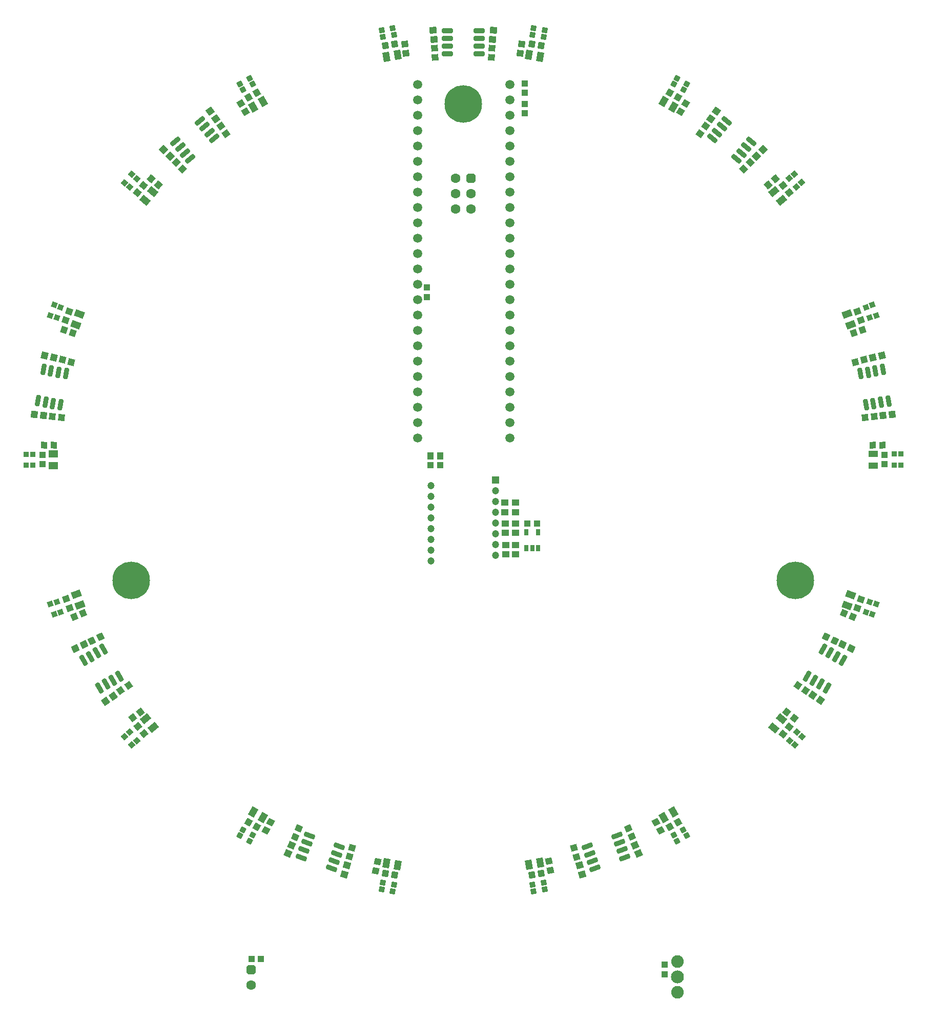
<source format=gbr>
G04*
G04 #@! TF.GenerationSoftware,Altium Limited,Altium Designer,25.4.2 (15)*
G04*
G04 Layer_Color=8388736*
%FSLAX44Y44*%
%MOMM*%
G71*
G04*
G04 #@! TF.SameCoordinates,EEABE1AA-3A69-4D6F-ADE4-9D398D027295*
G04*
G04*
G04 #@! TF.FilePolarity,Negative*
G04*
G01*
G75*
G04:AMPARAMS|DCode=21|XSize=1.1mm|YSize=0.6mm|CornerRadius=0.051mm|HoleSize=0mm|Usage=FLASHONLY|Rotation=90.000|XOffset=0mm|YOffset=0mm|HoleType=Round|Shape=RoundedRectangle|*
%AMROUNDEDRECTD21*
21,1,1.1000,0.4980,0,0,90.0*
21,1,0.9980,0.6000,0,0,90.0*
1,1,0.1020,0.2490,0.4990*
1,1,0.1020,0.2490,-0.4990*
1,1,0.1020,-0.2490,-0.4990*
1,1,0.1020,-0.2490,0.4990*
%
%ADD21ROUNDEDRECTD21*%
G04:AMPARAMS|DCode=134|XSize=1.1032mm|YSize=1.0532mm|CornerRadius=0mm|HoleSize=0mm|Usage=FLASHONLY|Rotation=192.000|XOffset=0mm|YOffset=0mm|HoleType=Round|Shape=Rectangle|*
%AMROTATEDRECTD134*
4,1,4,0.4301,0.6298,0.6490,-0.4004,-0.4301,-0.6298,-0.6490,0.4004,0.4301,0.6298,0.0*
%
%ADD134ROTATEDRECTD134*%

G04:AMPARAMS|DCode=135|XSize=1.8732mm|YSize=0.8032mm|CornerRadius=0.1766mm|HoleSize=0mm|Usage=FLASHONLY|Rotation=220.000|XOffset=0mm|YOffset=0mm|HoleType=Round|Shape=RoundedRectangle|*
%AMROUNDEDRECTD135*
21,1,1.8732,0.4500,0,0,220.0*
21,1,1.5200,0.8032,0,0,220.0*
1,1,0.3532,-0.7268,-0.3162*
1,1,0.3532,0.4376,0.6609*
1,1,0.3532,0.7268,0.3162*
1,1,0.3532,-0.4376,-0.6609*
%
%ADD135ROUNDEDRECTD135*%
G04:AMPARAMS|DCode=136|XSize=1.1032mm|YSize=1.0532mm|CornerRadius=0mm|HoleSize=0mm|Usage=FLASHONLY|Rotation=288.000|XOffset=0mm|YOffset=0mm|HoleType=Round|Shape=Rectangle|*
%AMROTATEDRECTD136*
4,1,4,-0.6713,0.3619,0.3304,0.6873,0.6713,-0.3619,-0.3304,-0.6873,-0.6713,0.3619,0.0*
%
%ADD136ROTATEDRECTD136*%

G04:AMPARAMS|DCode=137|XSize=1.1032mm|YSize=1.0532mm|CornerRadius=0mm|HoleSize=0mm|Usage=FLASHONLY|Rotation=232.000|XOffset=0mm|YOffset=0mm|HoleType=Round|Shape=Rectangle|*
%AMROTATEDRECTD137*
4,1,4,-0.0754,0.7589,0.7546,0.1105,0.0754,-0.7589,-0.7546,-0.1105,-0.0754,0.7589,0.0*
%
%ADD137ROTATEDRECTD137*%

G04:AMPARAMS|DCode=138|XSize=1.1132mm|YSize=1.5632mm|CornerRadius=0mm|HoleSize=0mm|Usage=FLASHONLY|Rotation=350.000|XOffset=0mm|YOffset=0mm|HoleType=Round|Shape=Rectangle|*
%AMROTATEDRECTD138*
4,1,4,-0.6839,-0.6731,-0.4124,0.8664,0.6839,0.6731,0.4124,-0.8664,-0.6839,-0.6731,0.0*
%
%ADD138ROTATEDRECTD138*%

G04:AMPARAMS|DCode=139|XSize=1.1032mm|YSize=1.0532mm|CornerRadius=0mm|HoleSize=0mm|Usage=FLASHONLY|Rotation=151.993|XOffset=0mm|YOffset=0mm|HoleType=Round|Shape=Rectangle|*
%AMROTATEDRECTD139*
4,1,4,0.7343,0.2059,0.2397,-0.7240,-0.7343,-0.2059,-0.2397,0.7240,0.7343,0.2059,0.0*
%
%ADD139ROTATEDRECTD139*%

G04:AMPARAMS|DCode=140|XSize=1.1532mm|YSize=1.1032mm|CornerRadius=0mm|HoleSize=0mm|Usage=FLASHONLY|Rotation=304.063|XOffset=0mm|YOffset=0mm|HoleType=Round|Shape=Rectangle|*
%AMROTATEDRECTD140*
4,1,4,-0.7799,0.1687,0.1340,0.7866,0.7799,-0.1687,-0.1340,-0.7866,-0.7799,0.1687,0.0*
%
%ADD140ROTATEDRECTD140*%

G04:AMPARAMS|DCode=141|XSize=1.1532mm|YSize=1.1032mm|CornerRadius=0mm|HoleSize=0mm|Usage=FLASHONLY|Rotation=344.000|XOffset=0mm|YOffset=0mm|HoleType=Round|Shape=Rectangle|*
%AMROTATEDRECTD141*
4,1,4,-0.7063,-0.3713,-0.4022,0.6892,0.7063,0.3713,0.4022,-0.6892,-0.7063,-0.3713,0.0*
%
%ADD141ROTATEDRECTD141*%

G04:AMPARAMS|DCode=142|XSize=1.1032mm|YSize=1.0532mm|CornerRadius=0mm|HoleSize=0mm|Usage=FLASHONLY|Rotation=312.000|XOffset=0mm|YOffset=0mm|HoleType=Round|Shape=Rectangle|*
%AMROTATEDRECTD142*
4,1,4,-0.7604,0.0576,0.0223,0.7623,0.7604,-0.0576,-0.0223,-0.7623,-0.7604,0.0576,0.0*
%
%ADD142ROTATEDRECTD142*%

G04:AMPARAMS|DCode=143|XSize=1.1532mm|YSize=1.1032mm|CornerRadius=0mm|HoleSize=0mm|Usage=FLASHONLY|Rotation=236.000|XOffset=0mm|YOffset=0mm|HoleType=Round|Shape=Rectangle|*
%AMROTATEDRECTD143*
4,1,4,-0.1349,0.7865,0.7797,0.1696,0.1349,-0.7865,-0.7797,-0.1696,-0.1349,0.7865,0.0*
%
%ADD143ROTATEDRECTD143*%

G04:AMPARAMS|DCode=144|XSize=1.1532mm|YSize=1.1032mm|CornerRadius=0mm|HoleSize=0mm|Usage=FLASHONLY|Rotation=196.000|XOffset=0mm|YOffset=0mm|HoleType=Round|Shape=Rectangle|*
%AMROTATEDRECTD144*
4,1,4,0.4022,0.6892,0.7063,-0.3713,-0.4022,-0.6892,-0.7063,0.3713,0.4022,0.6892,0.0*
%
%ADD144ROTATEDRECTD144*%

G04:AMPARAMS|DCode=145|XSize=1.1532mm|YSize=1.1032mm|CornerRadius=0mm|HoleSize=0mm|Usage=FLASHONLY|Rotation=244.000|XOffset=0mm|YOffset=0mm|HoleType=Round|Shape=Rectangle|*
%AMROTATEDRECTD145*
4,1,4,-0.2430,0.7601,0.7485,0.2764,0.2430,-0.7601,-0.7485,-0.2764,-0.2430,0.7601,0.0*
%
%ADD145ROTATEDRECTD145*%

G04:AMPARAMS|DCode=146|XSize=1.1532mm|YSize=1.1032mm|CornerRadius=0mm|HoleSize=0mm|Usage=FLASHONLY|Rotation=24.000|XOffset=0mm|YOffset=0mm|HoleType=Round|Shape=Rectangle|*
%AMROTATEDRECTD146*
4,1,4,-0.3024,-0.7384,-0.7511,0.2694,0.3024,0.7384,0.7511,-0.2694,-0.3024,-0.7384,0.0*
%
%ADD146ROTATEDRECTD146*%

G04:AMPARAMS|DCode=147|XSize=1.1532mm|YSize=1.1032mm|CornerRadius=0mm|HoleSize=0mm|Usage=FLASHONLY|Rotation=316.000|XOffset=0mm|YOffset=0mm|HoleType=Round|Shape=Rectangle|*
%AMROTATEDRECTD147*
4,1,4,-0.7980,0.0038,-0.0316,0.7973,0.7980,-0.0038,0.0316,-0.7973,-0.7980,0.0038,0.0*
%
%ADD147ROTATEDRECTD147*%

G04:AMPARAMS|DCode=148|XSize=1.1532mm|YSize=1.1032mm|CornerRadius=0mm|HoleSize=0mm|Usage=FLASHONLY|Rotation=276.000|XOffset=0mm|YOffset=0mm|HoleType=Round|Shape=Rectangle|*
%AMROTATEDRECTD148*
4,1,4,-0.6089,0.5158,0.4883,0.6311,0.6089,-0.5158,-0.4883,-0.6311,-0.6089,0.5158,0.0*
%
%ADD148ROTATEDRECTD148*%

G04:AMPARAMS|DCode=149|XSize=1.1532mm|YSize=1.1032mm|CornerRadius=0mm|HoleSize=0mm|Usage=FLASHONLY|Rotation=144.000|XOffset=0mm|YOffset=0mm|HoleType=Round|Shape=Rectangle|*
%AMROTATEDRECTD149*
4,1,4,0.7907,0.1073,0.1423,-0.7852,-0.7907,-0.1073,-0.1423,0.7852,0.7907,0.1073,0.0*
%
%ADD149ROTATEDRECTD149*%

G04:AMPARAMS|DCode=150|XSize=1.1532mm|YSize=1.1032mm|CornerRadius=0mm|HoleSize=0mm|Usage=FLASHONLY|Rotation=104.000|XOffset=0mm|YOffset=0mm|HoleType=Round|Shape=Rectangle|*
%AMROTATEDRECTD150*
4,1,4,0.6747,-0.4260,-0.3957,-0.6929,-0.6747,0.4260,0.3957,0.6929,0.6747,-0.4260,0.0*
%
%ADD150ROTATEDRECTD150*%

G04:AMPARAMS|DCode=151|XSize=1.1532mm|YSize=1.1032mm|CornerRadius=0mm|HoleSize=0mm|Usage=FLASHONLY|Rotation=36.001|XOffset=0mm|YOffset=0mm|HoleType=Round|Shape=Rectangle|*
%AMROTATEDRECTD151*
4,1,4,-0.1422,-0.7852,-0.7907,0.1073,0.1422,0.7852,0.7907,-0.1073,-0.1422,-0.7852,0.0*
%
%ADD151ROTATEDRECTD151*%

G04:AMPARAMS|DCode=152|XSize=1.1532mm|YSize=1.1032mm|CornerRadius=0mm|HoleSize=0mm|Usage=FLASHONLY|Rotation=356.000|XOffset=0mm|YOffset=0mm|HoleType=Round|Shape=Rectangle|*
%AMROTATEDRECTD152*
4,1,4,-0.6137,-0.5100,-0.5367,0.5905,0.6137,0.5100,0.5367,-0.5905,-0.6137,-0.5100,0.0*
%
%ADD152ROTATEDRECTD152*%

G04:AMPARAMS|DCode=153|XSize=1.1532mm|YSize=1.1032mm|CornerRadius=0mm|HoleSize=0mm|Usage=FLASHONLY|Rotation=224.001|XOffset=0mm|YOffset=0mm|HoleType=Round|Shape=Rectangle|*
%AMROTATEDRECTD153*
4,1,4,0.0316,0.7973,0.7980,0.0038,-0.0316,-0.7973,-0.7980,-0.0038,0.0316,0.7973,0.0*
%
%ADD153ROTATEDRECTD153*%

G04:AMPARAMS|DCode=154|XSize=1.1532mm|YSize=1.1032mm|CornerRadius=0mm|HoleSize=0mm|Usage=FLASHONLY|Rotation=184.000|XOffset=0mm|YOffset=0mm|HoleType=Round|Shape=Rectangle|*
%AMROTATEDRECTD154*
4,1,4,0.5367,0.5905,0.6137,-0.5100,-0.5367,-0.5905,-0.6137,0.5100,0.5367,0.5905,0.0*
%
%ADD154ROTATEDRECTD154*%

G04:AMPARAMS|DCode=155|XSize=1.1532mm|YSize=1.1032mm|CornerRadius=0mm|HoleSize=0mm|Usage=FLASHONLY|Rotation=156.000|XOffset=0mm|YOffset=0mm|HoleType=Round|Shape=Rectangle|*
%AMROTATEDRECTD155*
4,1,4,0.7511,0.2694,0.3024,-0.7384,-0.7511,-0.2694,-0.3024,0.7384,0.7511,0.2694,0.0*
%
%ADD155ROTATEDRECTD155*%

G04:AMPARAMS|DCode=156|XSize=1.1532mm|YSize=1.1032mm|CornerRadius=0mm|HoleSize=0mm|Usage=FLASHONLY|Rotation=116.001|XOffset=0mm|YOffset=0mm|HoleType=Round|Shape=Rectangle|*
%AMROTATEDRECTD156*
4,1,4,0.7485,-0.2764,-0.2430,-0.7601,-0.7485,0.2764,0.2430,0.7601,0.7485,-0.2764,0.0*
%
%ADD156ROTATEDRECTD156*%

G04:AMPARAMS|DCode=157|XSize=1.1532mm|YSize=1.1032mm|CornerRadius=0mm|HoleSize=0mm|Usage=FLASHONLY|Rotation=76.000|XOffset=0mm|YOffset=0mm|HoleType=Round|Shape=Rectangle|*
%AMROTATEDRECTD157*
4,1,4,0.3957,-0.6929,-0.6747,-0.4260,-0.3957,0.6929,0.6747,0.4260,0.3957,-0.6929,0.0*
%
%ADD157ROTATEDRECTD157*%

G04:AMPARAMS|DCode=158|XSize=1.1532mm|YSize=1.1032mm|CornerRadius=0mm|HoleSize=0mm|Usage=FLASHONLY|Rotation=264.000|XOffset=0mm|YOffset=0mm|HoleType=Round|Shape=Rectangle|*
%AMROTATEDRECTD158*
4,1,4,-0.4883,0.6311,0.6089,0.5158,0.4883,-0.6311,-0.6089,-0.5158,-0.4883,0.6311,0.0*
%
%ADD158ROTATEDRECTD158*%

G04:AMPARAMS|DCode=159|XSize=1.1032mm|YSize=1.0532mm|CornerRadius=0mm|HoleSize=0mm|Usage=FLASHONLY|Rotation=272.000|XOffset=0mm|YOffset=0mm|HoleType=Round|Shape=Rectangle|*
%AMROTATEDRECTD159*
4,1,4,-0.5455,0.5329,0.5070,0.5696,0.5455,-0.5329,-0.5070,-0.5696,-0.5455,0.5329,0.0*
%
%ADD159ROTATEDRECTD159*%

G04:AMPARAMS|DCode=160|XSize=1.1032mm|YSize=1.0532mm|CornerRadius=0mm|HoleSize=0mm|Usage=FLASHONLY|Rotation=207.997|XOffset=0mm|YOffset=0mm|HoleType=Round|Shape=Rectangle|*
%AMROTATEDRECTD160*
4,1,4,0.2399,0.7239,0.7343,-0.2060,-0.2399,-0.7239,-0.7343,0.2060,0.2399,0.7239,0.0*
%
%ADD160ROTATEDRECTD160*%

G04:AMPARAMS|DCode=161|XSize=1.1032mm|YSize=1.0532mm|CornerRadius=0mm|HoleSize=0mm|Usage=FLASHONLY|Rotation=248.000|XOffset=0mm|YOffset=0mm|HoleType=Round|Shape=Rectangle|*
%AMROTATEDRECTD161*
4,1,4,-0.2816,0.7087,0.6949,0.3142,0.2816,-0.7087,-0.6949,-0.3142,-0.2816,0.7087,0.0*
%
%ADD161ROTATEDRECTD161*%

G04:AMPARAMS|DCode=162|XSize=1.1032mm|YSize=1.0532mm|CornerRadius=0mm|HoleSize=0mm|Usage=FLASHONLY|Rotation=48.000|XOffset=0mm|YOffset=0mm|HoleType=Round|Shape=Rectangle|*
%AMROTATEDRECTD162*
4,1,4,0.0223,-0.7623,-0.7604,-0.0576,-0.0223,0.7623,0.7604,0.0576,0.0223,-0.7623,0.0*
%
%ADD162ROTATEDRECTD162*%

G04:AMPARAMS|DCode=163|XSize=1.1032mm|YSize=1.0532mm|CornerRadius=0mm|HoleSize=0mm|Usage=FLASHONLY|Rotation=32.000|XOffset=0mm|YOffset=0mm|HoleType=Round|Shape=Rectangle|*
%AMROTATEDRECTD163*
4,1,4,-0.1887,-0.7389,-0.7468,0.1543,0.1887,0.7389,0.7468,-0.1543,-0.1887,-0.7389,0.0*
%
%ADD163ROTATEDRECTD163*%

G04:AMPARAMS|DCode=164|XSize=1.1032mm|YSize=1.0532mm|CornerRadius=0mm|HoleSize=0mm|Usage=FLASHONLY|Rotation=8.000|XOffset=0mm|YOffset=0mm|HoleType=Round|Shape=Rectangle|*
%AMROTATEDRECTD164*
4,1,4,-0.4730,-0.5982,-0.6195,0.4447,0.4730,0.5982,0.6195,-0.4447,-0.4730,-0.5982,0.0*
%
%ADD164ROTATEDRECTD164*%

G04:AMPARAMS|DCode=165|XSize=1.1032mm|YSize=1.0532mm|CornerRadius=0mm|HoleSize=0mm|Usage=FLASHONLY|Rotation=352.000|XOffset=0mm|YOffset=0mm|HoleType=Round|Shape=Rectangle|*
%AMROTATEDRECTD165*
4,1,4,-0.6195,-0.4447,-0.4729,0.5983,0.6195,0.4447,0.4729,-0.5983,-0.6195,-0.4447,0.0*
%
%ADD165ROTATEDRECTD165*%

G04:AMPARAMS|DCode=166|XSize=1.1032mm|YSize=1.0532mm|CornerRadius=0mm|HoleSize=0mm|Usage=FLASHONLY|Rotation=328.000|XOffset=0mm|YOffset=0mm|HoleType=Round|Shape=Rectangle|*
%AMROTATEDRECTD166*
4,1,4,-0.7468,-0.1543,-0.1887,0.7389,0.7468,0.1543,0.1887,-0.7389,-0.7468,-0.1543,0.0*
%
%ADD166ROTATEDRECTD166*%

G04:AMPARAMS|DCode=167|XSize=1.1032mm|YSize=1.0532mm|CornerRadius=0mm|HoleSize=0mm|Usage=FLASHONLY|Rotation=168.000|XOffset=0mm|YOffset=0mm|HoleType=Round|Shape=Rectangle|*
%AMROTATEDRECTD167*
4,1,4,0.6490,0.4004,0.4301,-0.6298,-0.6490,-0.4004,-0.4301,0.6298,0.6490,0.4004,0.0*
%
%ADD167ROTATEDRECTD167*%

G04:AMPARAMS|DCode=168|XSize=1.1032mm|YSize=1.0532mm|CornerRadius=0mm|HoleSize=0mm|Usage=FLASHONLY|Rotation=127.998|XOffset=0mm|YOffset=0mm|HoleType=Round|Shape=Rectangle|*
%AMROTATEDRECTD168*
4,1,4,0.7546,-0.1105,-0.0754,-0.7589,-0.7546,0.1105,0.0754,0.7589,0.7546,-0.1105,0.0*
%
%ADD168ROTATEDRECTD168*%

G04:AMPARAMS|DCode=169|XSize=1.1032mm|YSize=1.0532mm|CornerRadius=0mm|HoleSize=0mm|Usage=FLASHONLY|Rotation=112.000|XOffset=0mm|YOffset=0mm|HoleType=Round|Shape=Rectangle|*
%AMROTATEDRECTD169*
4,1,4,0.6949,-0.3142,-0.2816,-0.7087,-0.6949,0.3142,0.2816,0.7087,0.6949,-0.3142,0.0*
%
%ADD169ROTATEDRECTD169*%

G04:AMPARAMS|DCode=170|XSize=1.1032mm|YSize=1.0532mm|CornerRadius=0mm|HoleSize=0mm|Usage=FLASHONLY|Rotation=88.000|XOffset=0mm|YOffset=0mm|HoleType=Round|Shape=Rectangle|*
%AMROTATEDRECTD170*
4,1,4,0.5070,-0.5696,-0.5455,-0.5329,-0.5070,0.5696,0.5455,0.5329,0.5070,-0.5696,0.0*
%
%ADD170ROTATEDRECTD170*%

G04:AMPARAMS|DCode=171|XSize=1.1032mm|YSize=1.0532mm|CornerRadius=0mm|HoleSize=0mm|Usage=FLASHONLY|Rotation=72.000|XOffset=0mm|YOffset=0mm|HoleType=Round|Shape=Rectangle|*
%AMROTATEDRECTD171*
4,1,4,0.3304,-0.6873,-0.6713,-0.3619,-0.3304,0.6873,0.6713,0.3619,0.3304,-0.6873,0.0*
%
%ADD171ROTATEDRECTD171*%

G04:AMPARAMS|DCode=172|XSize=1.8732mm|YSize=0.8032mm|CornerRadius=0.1766mm|HoleSize=0mm|Usage=FLASHONLY|Rotation=300.003|XOffset=0mm|YOffset=0mm|HoleType=Round|Shape=RoundedRectangle|*
%AMROUNDEDRECTD172*
21,1,1.8732,0.4500,0,0,300.003*
21,1,1.5200,0.8032,0,0,300.003*
1,1,0.3532,0.1852,-0.7707*
1,1,0.3532,-0.5749,0.5457*
1,1,0.3532,-0.1852,0.7707*
1,1,0.3532,0.5749,-0.5457*
%
%ADD172ROUNDEDRECTD172*%
G04:AMPARAMS|DCode=173|XSize=1.1032mm|YSize=1.0532mm|CornerRadius=0mm|HoleSize=0mm|Usage=FLASHONLY|Rotation=199.915|XOffset=0mm|YOffset=0mm|HoleType=Round|Shape=Rectangle|*
%AMROTATEDRECTD173*
4,1,4,0.3392,0.6830,0.6980,-0.3072,-0.3392,-0.6830,-0.6980,0.3072,0.3392,0.6830,0.0*
%
%ADD173ROTATEDRECTD173*%

G04:AMPARAMS|DCode=174|XSize=1.1132mm|YSize=1.5632mm|CornerRadius=0mm|HoleSize=0mm|Usage=FLASHONLY|Rotation=109.917|XOffset=0mm|YOffset=0mm|HoleType=Round|Shape=Rectangle|*
%AMROTATEDRECTD174*
4,1,4,0.9245,-0.2571,-0.5452,-0.7896,-0.9245,0.2571,0.5452,0.7896,0.9245,-0.2571,0.0*
%
%ADD174ROTATEDRECTD174*%

%ADD175R,1.5632X1.1132*%
G04:AMPARAMS|DCode=176|XSize=1.1032mm|YSize=1.0532mm|CornerRadius=0mm|HoleSize=0mm|Usage=FLASHONLY|Rotation=344.001|XOffset=0mm|YOffset=0mm|HoleType=Round|Shape=Rectangle|*
%AMROTATEDRECTD176*
4,1,4,-0.6754,-0.3542,-0.3851,0.6582,0.6754,0.3542,0.3851,-0.6582,-0.6754,-0.3542,0.0*
%
%ADD176ROTATEDRECTD176*%

G04:AMPARAMS|DCode=177|XSize=1.1032mm|YSize=1.0532mm|CornerRadius=0mm|HoleSize=0mm|Usage=FLASHONLY|Rotation=156.001|XOffset=0mm|YOffset=0mm|HoleType=Round|Shape=Rectangle|*
%AMROTATEDRECTD177*
4,1,4,0.7181,0.2567,0.2897,-0.7054,-0.7181,-0.2567,-0.2897,0.7054,0.7181,0.2567,0.0*
%
%ADD177ROTATEDRECTD177*%

G04:AMPARAMS|DCode=178|XSize=1.1032mm|YSize=1.0532mm|CornerRadius=0mm|HoleSize=0mm|Usage=FLASHONLY|Rotation=116.004|XOffset=0mm|YOffset=0mm|HoleType=Round|Shape=Rectangle|*
%AMROTATEDRECTD178*
4,1,4,0.7151,-0.2649,-0.2314,-0.7266,-0.7151,0.2649,0.2314,0.7266,0.7151,-0.2649,0.0*
%
%ADD178ROTATEDRECTD178*%

G04:AMPARAMS|DCode=179|XSize=1.1032mm|YSize=1.0532mm|CornerRadius=0mm|HoleSize=0mm|Usage=FLASHONLY|Rotation=303.992|XOffset=0mm|YOffset=0mm|HoleType=Round|Shape=Rectangle|*
%AMROTATEDRECTD179*
4,1,4,-0.7450,0.1629,0.1282,0.7518,0.7450,-0.1629,-0.1282,-0.7518,-0.7450,0.1629,0.0*
%
%ADD179ROTATEDRECTD179*%

G04:AMPARAMS|DCode=180|XSize=1.8732mm|YSize=0.8032mm|CornerRadius=0.1766mm|HoleSize=0mm|Usage=FLASHONLY|Rotation=99.999|XOffset=0mm|YOffset=0mm|HoleType=Round|Shape=RoundedRectangle|*
%AMROUNDEDRECTD180*
21,1,1.8732,0.4500,0,0,99.999*
21,1,1.5200,0.8032,0,0,99.999*
1,1,0.3532,0.0896,0.7875*
1,1,0.3532,0.3535,-0.7094*
1,1,0.3532,-0.0896,-0.7875*
1,1,0.3532,-0.3535,0.7094*
%
%ADD180ROUNDEDRECTD180*%
G04:AMPARAMS|DCode=181|XSize=1.8732mm|YSize=0.8032mm|CornerRadius=0.1766mm|HoleSize=0mm|Usage=FLASHONLY|Rotation=340.000|XOffset=0mm|YOffset=0mm|HoleType=Round|Shape=RoundedRectangle|*
%AMROUNDEDRECTD181*
21,1,1.8732,0.4500,0,0,340.0*
21,1,1.5200,0.8032,0,0,340.0*
1,1,0.3532,0.6372,-0.4714*
1,1,0.3532,-0.7911,0.0485*
1,1,0.3532,-0.6372,0.4714*
1,1,0.3532,0.7911,-0.0485*
%
%ADD181ROUNDEDRECTD181*%
G04:AMPARAMS|DCode=182|XSize=1.1132mm|YSize=1.5632mm|CornerRadius=0mm|HoleSize=0mm|Usage=FLASHONLY|Rotation=229.628|XOffset=0mm|YOffset=0mm|HoleType=Round|Shape=Rectangle|*
%AMROTATEDRECTD182*
4,1,4,-0.2349,0.9303,0.9560,-0.0822,0.2349,-0.9303,-0.9560,0.0822,-0.2349,0.9303,0.0*
%
%ADD182ROTATEDRECTD182*%

G04:AMPARAMS|DCode=183|XSize=1.1132mm|YSize=1.5632mm|CornerRadius=0mm|HoleSize=0mm|Usage=FLASHONLY|Rotation=30.000|XOffset=0mm|YOffset=0mm|HoleType=Round|Shape=Rectangle|*
%AMROTATEDRECTD183*
4,1,4,-0.0912,-0.9552,-0.8728,0.3986,0.0912,0.9552,0.8728,-0.3986,-0.0912,-0.9552,0.0*
%
%ADD183ROTATEDRECTD183*%

G04:AMPARAMS|DCode=184|XSize=1.1132mm|YSize=1.5632mm|CornerRadius=0mm|HoleSize=0mm|Usage=FLASHONLY|Rotation=190.000|XOffset=0mm|YOffset=0mm|HoleType=Round|Shape=Rectangle|*
%AMROTATEDRECTD184*
4,1,4,0.4124,0.8664,0.6839,-0.6731,-0.4124,-0.8664,-0.6839,0.6731,0.4124,0.8664,0.0*
%
%ADD184ROTATEDRECTD184*%

G04:AMPARAMS|DCode=185|XSize=1.1032mm|YSize=1.0532mm|CornerRadius=0mm|HoleSize=0mm|Usage=FLASHONLY|Rotation=279.999|XOffset=0mm|YOffset=0mm|HoleType=Round|Shape=Rectangle|*
%AMROTATEDRECTD185*
4,1,4,-0.6144,0.4518,0.4228,0.6347,0.6144,-0.4518,-0.4228,-0.6347,-0.6144,0.4518,0.0*
%
%ADD185ROTATEDRECTD185*%

G04:AMPARAMS|DCode=186|XSize=1.1032mm|YSize=1.0532mm|CornerRadius=0mm|HoleSize=0mm|Usage=FLASHONLY|Rotation=120.000|XOffset=0mm|YOffset=0mm|HoleType=Round|Shape=Rectangle|*
%AMROTATEDRECTD186*
4,1,4,0.7319,-0.2144,-0.1803,-0.7410,-0.7319,0.2144,0.1803,0.7410,0.7319,-0.2144,0.0*
%
%ADD186ROTATEDRECTD186*%

G04:AMPARAMS|DCode=187|XSize=1.1032mm|YSize=1.0532mm|CornerRadius=0mm|HoleSize=0mm|Usage=FLASHONLY|Rotation=319.766|XOffset=0mm|YOffset=0mm|HoleType=Round|Shape=Rectangle|*
%AMROTATEDRECTD187*
4,1,4,-0.7612,-0.0457,-0.0810,0.7583,0.7612,0.0457,0.0810,-0.7583,-0.7612,-0.0457,0.0*
%
%ADD187ROTATEDRECTD187*%

G04:AMPARAMS|DCode=188|XSize=1.1132mm|YSize=1.5632mm|CornerRadius=0mm|HoleSize=0mm|Usage=FLASHONLY|Rotation=70.358|XOffset=0mm|YOffset=0mm|HoleType=Round|Shape=Rectangle|*
%AMROTATEDRECTD188*
4,1,4,0.5490,-0.7869,-0.9232,-0.2615,-0.5490,0.7869,0.9232,0.2615,0.5490,-0.7869,0.0*
%
%ADD188ROTATEDRECTD188*%

G04:AMPARAMS|DCode=189|XSize=1.1132mm|YSize=1.5632mm|CornerRadius=0mm|HoleSize=0mm|Usage=FLASHONLY|Rotation=189.959|XOffset=0mm|YOffset=0mm|HoleType=Round|Shape=Rectangle|*
%AMROTATEDRECTD189*
4,1,4,0.4130,0.8661,0.6834,-0.6736,-0.4130,-0.8661,-0.6834,0.6736,0.4130,0.8661,0.0*
%
%ADD189ROTATEDRECTD189*%

%ADD190R,1.1032X1.0532*%
G04:AMPARAMS|DCode=191|XSize=1.1132mm|YSize=1.5632mm|CornerRadius=0mm|HoleSize=0mm|Usage=FLASHONLY|Rotation=270.001|XOffset=0mm|YOffset=0mm|HoleType=Round|Shape=Rectangle|*
%AMROTATEDRECTD191*
4,1,4,-0.7816,0.5566,0.7816,0.5566,0.7816,-0.5566,-0.7816,-0.5566,-0.7816,0.5566,0.0*
%
%ADD191ROTATEDRECTD191*%

%ADD192R,1.0532X1.1032*%
%ADD193P,1.2773X4X335.003*%
%ADD194P,1.2773X4X154.92*%
%ADD195P,1.2773X4X395.0*%
%ADD196P,1.2773X4X235.0*%
%ADD197P,1.2773X4X74.92*%
%ADD198P,1.2773X4X315.004*%
%ADD199R,0.9032X0.9032*%
%ADD200P,1.2773X4X95.08*%
%ADD201P,1.2773X4X114.92*%
%ADD202P,1.2773X4X175.0*%
%ADD203P,1.2773X4X195.168*%
%ADD204P,1.2773X4X215.01*%
%ADD205P,1.2773X4X255.0*%
%ADD206P,1.2773X4X275.399*%
%ADD207P,1.2773X4X295.346*%
%ADD208P,1.2773X4X355.079*%
%ADD209P,1.2773X4X375.079*%
G04:AMPARAMS|DCode=210|XSize=1.1032mm|YSize=1.0532mm|CornerRadius=0mm|HoleSize=0mm|Usage=FLASHONLY|Rotation=279.915|XOffset=0mm|YOffset=0mm|HoleType=Round|Shape=Rectangle|*
%AMROTATEDRECTD210*
4,1,4,-0.6137,0.4527,0.4238,0.6340,0.6137,-0.4527,-0.4238,-0.6340,-0.6137,0.4527,0.0*
%
%ADD210ROTATEDRECTD210*%

G04:AMPARAMS|DCode=211|XSize=1.1032mm|YSize=1.0532mm|CornerRadius=0mm|HoleSize=0mm|Usage=FLASHONLY|Rotation=119.915|XOffset=0mm|YOffset=0mm|HoleType=Round|Shape=Rectangle|*
%AMROTATEDRECTD211*
4,1,4,0.7315,-0.2155,-0.1813,-0.7407,-0.7315,0.2155,0.1813,0.7407,0.7315,-0.2155,0.0*
%
%ADD211ROTATEDRECTD211*%

G04:AMPARAMS|DCode=212|XSize=1.1032mm|YSize=1.0532mm|CornerRadius=0mm|HoleSize=0mm|Usage=FLASHONLY|Rotation=320.085|XOffset=0mm|YOffset=0mm|HoleType=Round|Shape=Rectangle|*
%AMROTATEDRECTD212*
4,1,4,-0.7610,-0.0500,-0.0852,0.7578,0.7610,0.0500,0.0852,-0.7578,-0.7610,-0.0500,0.0*
%
%ADD212ROTATEDRECTD212*%

G04:AMPARAMS|DCode=213|XSize=1.1032mm|YSize=1.0532mm|CornerRadius=0mm|HoleSize=0mm|Usage=FLASHONLY|Rotation=159.915|XOffset=0mm|YOffset=0mm|HoleType=Round|Shape=Rectangle|*
%AMROTATEDRECTD213*
4,1,4,0.6989,0.3052,0.3372,-0.6840,-0.6989,-0.3052,-0.3372,0.6840,0.6989,0.3052,0.0*
%
%ADD213ROTATEDRECTD213*%

G04:AMPARAMS|DCode=214|XSize=1.1032mm|YSize=1.0532mm|CornerRadius=0mm|HoleSize=0mm|Usage=FLASHONLY|Rotation=39.913|XOffset=0mm|YOffset=0mm|HoleType=Round|Shape=Rectangle|*
%AMROTATEDRECTD214*
4,1,4,-0.0852,-0.7578,-0.7610,0.0500,0.0852,0.7578,0.7610,-0.0500,-0.0852,-0.7578,0.0*
%
%ADD214ROTATEDRECTD214*%

G04:AMPARAMS|DCode=215|XSize=1.1032mm|YSize=1.0532mm|CornerRadius=0mm|HoleSize=0mm|Usage=FLASHONLY|Rotation=240.179|XOffset=0mm|YOffset=0mm|HoleType=Round|Shape=Rectangle|*
%AMROTATEDRECTD215*
4,1,4,-0.1826,0.7404,0.7312,0.2167,0.1826,-0.7404,-0.7312,-0.2167,-0.1826,0.7404,0.0*
%
%ADD215ROTATEDRECTD215*%

G04:AMPARAMS|DCode=216|XSize=1.1032mm|YSize=1.0532mm|CornerRadius=0mm|HoleSize=0mm|Usage=FLASHONLY|Rotation=80.011|XOffset=0mm|YOffset=0mm|HoleType=Round|Shape=Rectangle|*
%AMROTATEDRECTD216*
4,1,4,0.4229,-0.6346,-0.6143,-0.4519,-0.4229,0.6346,0.6143,0.4519,0.4229,-0.6346,0.0*
%
%ADD216ROTATEDRECTD216*%

G04:AMPARAMS|DCode=217|XSize=1.1032mm|YSize=1.0532mm|CornerRadius=0mm|HoleSize=0mm|Usage=FLASHONLY|Rotation=160.199|XOffset=0mm|YOffset=0mm|HoleType=Round|Shape=Rectangle|*
%AMROTATEDRECTD217*
4,1,4,0.6974,0.3086,0.3406,-0.6823,-0.6974,-0.3086,-0.3406,0.6823,0.6974,0.3086,0.0*
%
%ADD217ROTATEDRECTD217*%

G04:AMPARAMS|DCode=218|XSize=1.1032mm|YSize=1.0532mm|CornerRadius=0mm|HoleSize=0mm|Usage=FLASHONLY|Rotation=199.983|XOffset=0mm|YOffset=0mm|HoleType=Round|Shape=Rectangle|*
%AMROTATEDRECTD218*
4,1,4,0.3384,0.6834,0.6984,-0.3064,-0.3384,-0.6834,-0.6984,0.3064,0.3384,0.6834,0.0*
%
%ADD218ROTATEDRECTD218*%

G04:AMPARAMS|DCode=219|XSize=1.1032mm|YSize=1.0532mm|CornerRadius=0mm|HoleSize=0mm|Usage=FLASHONLY|Rotation=40.085|XOffset=0mm|YOffset=0mm|HoleType=Round|Shape=Rectangle|*
%AMROTATEDRECTD219*
4,1,4,-0.0829,-0.7581,-0.7611,0.0477,0.0829,0.7581,0.7611,-0.0477,-0.0829,-0.7581,0.0*
%
%ADD219ROTATEDRECTD219*%

G04:AMPARAMS|DCode=220|XSize=1.1032mm|YSize=1.0532mm|CornerRadius=0mm|HoleSize=0mm|Usage=FLASHONLY|Rotation=240.085|XOffset=0mm|YOffset=0mm|HoleType=Round|Shape=Rectangle|*
%AMROTATEDRECTD220*
4,1,4,-0.1813,0.7407,0.7315,0.2155,0.1813,-0.7407,-0.7315,-0.2155,-0.1813,0.7407,0.0*
%
%ADD220ROTATEDRECTD220*%

G04:AMPARAMS|DCode=221|XSize=1.1032mm|YSize=1.0532mm|CornerRadius=0mm|HoleSize=0mm|Usage=FLASHONLY|Rotation=79.915|XOffset=0mm|YOffset=0mm|HoleType=Round|Shape=Rectangle|*
%AMROTATEDRECTD221*
4,1,4,0.4219,-0.6353,-0.6151,-0.4509,-0.4219,0.6353,0.6151,0.4509,0.4219,-0.6353,0.0*
%
%ADD221ROTATEDRECTD221*%

G04:AMPARAMS|DCode=222|XSize=1.1032mm|YSize=1.0532mm|CornerRadius=0mm|HoleSize=0mm|Usage=FLASHONLY|Rotation=195.900|XOffset=0mm|YOffset=0mm|HoleType=Round|Shape=Rectangle|*
%AMROTATEDRECTD222*
4,1,4,0.3862,0.6576,0.6748,-0.3553,-0.3862,-0.6576,-0.6748,0.3553,0.3862,0.6576,0.0*
%
%ADD222ROTATEDRECTD222*%

G04:AMPARAMS|DCode=223|XSize=1.1032mm|YSize=1.0532mm|CornerRadius=0mm|HoleSize=0mm|Usage=FLASHONLY|Rotation=236.000|XOffset=0mm|YOffset=0mm|HoleType=Round|Shape=Rectangle|*
%AMROTATEDRECTD223*
4,1,4,-0.1281,0.7518,0.7450,0.1628,0.1281,-0.7518,-0.7450,-0.1628,-0.1281,0.7518,0.0*
%
%ADD223ROTATEDRECTD223*%

G04:AMPARAMS|DCode=224|XSize=1.1032mm|YSize=1.0532mm|CornerRadius=0mm|HoleSize=0mm|Usage=FLASHONLY|Rotation=64.000|XOffset=0mm|YOffset=0mm|HoleType=Round|Shape=Rectangle|*
%AMROTATEDRECTD224*
4,1,4,0.2315,-0.7266,-0.7151,-0.2649,-0.2315,0.7266,0.7151,0.2649,0.2315,-0.7266,0.0*
%
%ADD224ROTATEDRECTD224*%

G04:AMPARAMS|DCode=225|XSize=1.1032mm|YSize=1.0532mm|CornerRadius=0mm|HoleSize=0mm|Usage=FLASHONLY|Rotation=275.999|XOffset=0mm|YOffset=0mm|HoleType=Round|Shape=Rectangle|*
%AMROTATEDRECTD225*
4,1,4,-0.5814,0.4935,0.4661,0.6036,0.5814,-0.4935,-0.4661,-0.6036,-0.5814,0.4935,0.0*
%
%ADD225ROTATEDRECTD225*%

G04:AMPARAMS|DCode=226|XSize=1.1032mm|YSize=1.0532mm|CornerRadius=0mm|HoleSize=0mm|Usage=FLASHONLY|Rotation=104.000|XOffset=0mm|YOffset=0mm|HoleType=Round|Shape=Rectangle|*
%AMROTATEDRECTD226*
4,1,4,0.6444,-0.4078,-0.3775,-0.6626,-0.6444,0.4078,0.3775,0.6626,0.6444,-0.4078,0.0*
%
%ADD226ROTATEDRECTD226*%

G04:AMPARAMS|DCode=227|XSize=1.1032mm|YSize=1.0532mm|CornerRadius=0mm|HoleSize=0mm|Usage=FLASHONLY|Rotation=316.000|XOffset=0mm|YOffset=0mm|HoleType=Round|Shape=Rectangle|*
%AMROTATEDRECTD227*
4,1,4,-0.7626,0.0044,-0.0310,0.7620,0.7626,-0.0044,0.0310,-0.7620,-0.7626,0.0044,0.0*
%
%ADD227ROTATEDRECTD227*%

G04:AMPARAMS|DCode=228|XSize=1.1032mm|YSize=1.0532mm|CornerRadius=0mm|HoleSize=0mm|Usage=FLASHONLY|Rotation=144.000|XOffset=0mm|YOffset=0mm|HoleType=Round|Shape=Rectangle|*
%AMROTATEDRECTD228*
4,1,4,0.7558,0.1018,0.1367,-0.7503,-0.7558,-0.1018,-0.1367,0.7503,0.7558,0.1018,0.0*
%
%ADD228ROTATEDRECTD228*%

G04:AMPARAMS|DCode=229|XSize=1.1032mm|YSize=1.0532mm|CornerRadius=0mm|HoleSize=0mm|Usage=FLASHONLY|Rotation=356.002|XOffset=0mm|YOffset=0mm|HoleType=Round|Shape=Rectangle|*
%AMROTATEDRECTD229*
4,1,4,-0.5870,-0.4869,-0.5135,0.5638,0.5870,0.4869,0.5135,-0.5638,-0.5870,-0.4869,0.0*
%
%ADD229ROTATEDRECTD229*%

G04:AMPARAMS|DCode=230|XSize=1.1032mm|YSize=1.0532mm|CornerRadius=0mm|HoleSize=0mm|Usage=FLASHONLY|Rotation=184.000|XOffset=0mm|YOffset=0mm|HoleType=Round|Shape=Rectangle|*
%AMROTATEDRECTD230*
4,1,4,0.5135,0.5638,0.5870,-0.4868,-0.5135,-0.5638,-0.5870,0.4868,0.5135,0.5638,0.0*
%
%ADD230ROTATEDRECTD230*%

G04:AMPARAMS|DCode=231|XSize=1.1032mm|YSize=1.0532mm|CornerRadius=0mm|HoleSize=0mm|Usage=FLASHONLY|Rotation=36.000|XOffset=0mm|YOffset=0mm|HoleType=Round|Shape=Rectangle|*
%AMROTATEDRECTD231*
4,1,4,-0.1367,-0.7503,-0.7558,0.1018,0.1367,0.7503,0.7558,-0.1018,-0.1367,-0.7503,0.0*
%
%ADD231ROTATEDRECTD231*%

G04:AMPARAMS|DCode=232|XSize=1.1032mm|YSize=1.0532mm|CornerRadius=0mm|HoleSize=0mm|Usage=FLASHONLY|Rotation=223.999|XOffset=0mm|YOffset=0mm|HoleType=Round|Shape=Rectangle|*
%AMROTATEDRECTD232*
4,1,4,0.0310,0.7620,0.7626,0.0044,-0.0310,-0.7620,-0.7626,-0.0044,0.0310,0.7620,0.0*
%
%ADD232ROTATEDRECTD232*%

G04:AMPARAMS|DCode=233|XSize=1.1032mm|YSize=1.0532mm|CornerRadius=0mm|HoleSize=0mm|Usage=FLASHONLY|Rotation=75.994|XOffset=0mm|YOffset=0mm|HoleType=Round|Shape=Rectangle|*
%AMROTATEDRECTD233*
4,1,4,0.3774,-0.6627,-0.6445,-0.4078,-0.3774,0.6627,0.6445,0.4078,0.3774,-0.6627,0.0*
%
%ADD233ROTATEDRECTD233*%

G04:AMPARAMS|DCode=234|XSize=1.1032mm|YSize=1.0532mm|CornerRadius=0mm|HoleSize=0mm|Usage=FLASHONLY|Rotation=264.007|XOffset=0mm|YOffset=0mm|HoleType=Round|Shape=Rectangle|*
%AMROTATEDRECTD234*
4,1,4,-0.4661,0.6036,0.5813,0.4936,0.4661,-0.6036,-0.5813,-0.4936,-0.4661,0.6036,0.0*
%
%ADD234ROTATEDRECTD234*%

G04:AMPARAMS|DCode=235|XSize=1.1032mm|YSize=1.0532mm|CornerRadius=0mm|HoleSize=0mm|Usage=FLASHONLY|Rotation=24.100|XOffset=0mm|YOffset=0mm|HoleType=Round|Shape=Rectangle|*
%AMROTATEDRECTD235*
4,1,4,-0.2885,-0.7059,-0.7186,0.2555,0.2885,0.7059,0.7186,-0.2555,-0.2885,-0.7059,0.0*
%
%ADD235ROTATEDRECTD235*%

%ADD236R,1.1532X1.1032*%
%ADD237R,1.1032X1.1532*%
G04:AMPARAMS|DCode=238|XSize=1.8732mm|YSize=0.8032mm|CornerRadius=0.1766mm|HoleSize=0mm|Usage=FLASHONLY|Rotation=20.000|XOffset=0mm|YOffset=0mm|HoleType=Round|Shape=RoundedRectangle|*
%AMROUNDEDRECTD238*
21,1,1.8732,0.4500,0,0,20.0*
21,1,1.5200,0.8032,0,0,20.0*
1,1,0.3532,0.7911,0.0485*
1,1,0.3532,-0.6372,-0.4714*
1,1,0.3532,-0.7911,-0.0485*
1,1,0.3532,0.6372,0.4714*
%
%ADD238ROUNDEDRECTD238*%
G04:AMPARAMS|DCode=239|XSize=1.8732mm|YSize=0.8032mm|CornerRadius=0.1766mm|HoleSize=0mm|Usage=FLASHONLY|Rotation=60.000|XOffset=0mm|YOffset=0mm|HoleType=Round|Shape=RoundedRectangle|*
%AMROUNDEDRECTD239*
21,1,1.8732,0.4500,0,0,60.0*
21,1,1.5200,0.8032,0,0,60.0*
1,1,0.3532,0.5749,0.5457*
1,1,0.3532,-0.1852,-0.7707*
1,1,0.3532,-0.5749,-0.5457*
1,1,0.3532,0.1852,0.7707*
%
%ADD239ROUNDEDRECTD239*%
G04:AMPARAMS|DCode=240|XSize=1.8732mm|YSize=0.8032mm|CornerRadius=0.1766mm|HoleSize=0mm|Usage=FLASHONLY|Rotation=140.000|XOffset=0mm|YOffset=0mm|HoleType=Round|Shape=RoundedRectangle|*
%AMROUNDEDRECTD240*
21,1,1.8732,0.4500,0,0,140.0*
21,1,1.5200,0.8032,0,0,140.0*
1,1,0.3532,-0.4376,0.6609*
1,1,0.3532,0.7268,-0.3162*
1,1,0.3532,0.4376,-0.6609*
1,1,0.3532,-0.7268,0.3162*
%
%ADD240ROUNDEDRECTD240*%
G04:AMPARAMS|DCode=241|XSize=1.8732mm|YSize=0.8032mm|CornerRadius=0.1766mm|HoleSize=0mm|Usage=FLASHONLY|Rotation=180.000|XOffset=0mm|YOffset=0mm|HoleType=Round|Shape=RoundedRectangle|*
%AMROUNDEDRECTD241*
21,1,1.8732,0.4500,0,0,180.0*
21,1,1.5200,0.8032,0,0,180.0*
1,1,0.3532,-0.7600,0.2250*
1,1,0.3532,0.7600,0.2250*
1,1,0.3532,0.7600,-0.2250*
1,1,0.3532,-0.7600,-0.2250*
%
%ADD241ROUNDEDRECTD241*%
G04:AMPARAMS|DCode=242|XSize=1.8732mm|YSize=0.8032mm|CornerRadius=0.1766mm|HoleSize=0mm|Usage=FLASHONLY|Rotation=260.001|XOffset=0mm|YOffset=0mm|HoleType=Round|Shape=RoundedRectangle|*
%AMROUNDEDRECTD242*
21,1,1.8732,0.4500,0,0,260.001*
21,1,1.5200,0.8032,0,0,260.001*
1,1,0.3532,-0.3535,-0.7094*
1,1,0.3532,-0.0896,0.7875*
1,1,0.3532,0.3535,0.7094*
1,1,0.3532,0.0896,-0.7875*
%
%ADD242ROUNDEDRECTD242*%
G04:AMPARAMS|DCode=243|XSize=1.1132mm|YSize=1.5632mm|CornerRadius=0mm|HoleSize=0mm|Usage=FLASHONLY|Rotation=150.082|XOffset=0mm|YOffset=0mm|HoleType=Round|Shape=Rectangle|*
%AMROTATEDRECTD243*
4,1,4,0.8723,0.3998,0.0926,-0.9551,-0.8723,-0.3998,-0.0926,0.9551,0.8723,0.3998,0.0*
%
%ADD243ROTATEDRECTD243*%

G04:AMPARAMS|DCode=244|XSize=1.1132mm|YSize=1.5632mm|CornerRadius=0mm|HoleSize=0mm|Usage=FLASHONLY|Rotation=350.011|XOffset=0mm|YOffset=0mm|HoleType=Round|Shape=Rectangle|*
%AMROTATEDRECTD244*
4,1,4,-0.6837,-0.6732,-0.4126,0.8663,0.6837,0.6732,0.4126,-0.8663,-0.6837,-0.6732,0.0*
%
%ADD244ROTATEDRECTD244*%

G04:AMPARAMS|DCode=245|XSize=1.1132mm|YSize=1.5632mm|CornerRadius=0mm|HoleSize=0mm|Usage=FLASHONLY|Rotation=309.917|XOffset=0mm|YOffset=0mm|HoleType=Round|Shape=Rectangle|*
%AMROTATEDRECTD245*
4,1,4,-0.9566,-0.0746,0.2423,0.9284,0.9566,0.0746,-0.2423,-0.9284,-0.9566,-0.0746,0.0*
%
%ADD245ROTATEDRECTD245*%

G04:AMPARAMS|DCode=246|XSize=1.1132mm|YSize=1.5632mm|CornerRadius=0mm|HoleSize=0mm|Usage=FLASHONLY|Rotation=230.082|XOffset=0mm|YOffset=0mm|HoleType=Round|Shape=Rectangle|*
%AMROTATEDRECTD246*
4,1,4,-0.2423,0.9284,0.9566,-0.0747,0.2423,-0.9284,-0.9566,0.0747,-0.2423,0.9284,0.0*
%
%ADD246ROTATEDRECTD246*%

G04:AMPARAMS|DCode=247|XSize=1.1132mm|YSize=1.5632mm|CornerRadius=0mm|HoleSize=0mm|Usage=FLASHONLY|Rotation=69.917|XOffset=0mm|YOffset=0mm|HoleType=Round|Shape=Rectangle|*
%AMROTATEDRECTD247*
4,1,4,0.5430,-0.7911,-0.9252,-0.2544,-0.5430,0.7911,0.9252,0.2544,0.5430,-0.7911,0.0*
%
%ADD247ROTATEDRECTD247*%

G04:AMPARAMS|DCode=248|XSize=1.1132mm|YSize=1.5632mm|CornerRadius=0mm|HoleSize=0mm|Usage=FLASHONLY|Rotation=150.174|XOffset=0mm|YOffset=0mm|HoleType=Round|Shape=Rectangle|*
%AMROTATEDRECTD248*
4,1,4,0.8716,0.4012,0.0941,-0.9549,-0.8716,-0.4012,-0.0941,0.9549,0.8716,0.4012,0.0*
%
%ADD248ROTATEDRECTD248*%

G04:AMPARAMS|DCode=249|XSize=1.1132mm|YSize=1.5632mm|CornerRadius=0mm|HoleSize=0mm|Usage=FLASHONLY|Rotation=310.082|XOffset=0mm|YOffset=0mm|HoleType=Round|Shape=Rectangle|*
%AMROTATEDRECTD249*
4,1,4,-0.9564,-0.0774,0.2396,0.9291,0.9564,0.0774,-0.2396,-0.9291,-0.9564,-0.0774,0.0*
%
%ADD249ROTATEDRECTD249*%

G04:AMPARAMS|DCode=250|XSize=1.1132mm|YSize=1.5632mm|CornerRadius=0mm|HoleSize=0mm|Usage=FLASHONLY|Rotation=29.918|XOffset=0mm|YOffset=0mm|HoleType=Round|Shape=Rectangle|*
%AMROTATEDRECTD250*
4,1,4,-0.0926,-0.9551,-0.8723,0.3998,0.0926,0.9551,0.8723,-0.3998,-0.0926,-0.9551,0.0*
%
%ADD250ROTATEDRECTD250*%

G04:AMPARAMS|DCode=251|XSize=1.1132mm|YSize=1.5632mm|CornerRadius=0mm|HoleSize=0mm|Usage=FLASHONLY|Rotation=109.984|XOffset=0mm|YOffset=0mm|HoleType=Round|Shape=Rectangle|*
%AMROTATEDRECTD251*
4,1,4,0.9248,-0.2560,-0.5443,-0.7902,-0.9248,0.2560,0.5443,0.7902,0.9248,-0.2560,0.0*
%
%ADD251ROTATEDRECTD251*%

%ADD252C,1.5112*%
%ADD253C,1.6012*%
G04:AMPARAMS|DCode=254|XSize=1.6012mm|YSize=1.6012mm|CornerRadius=0mm|HoleSize=0mm|Usage=FLASHONLY|Rotation=90.000|XOffset=0mm|YOffset=0mm|HoleType=Round|Shape=Octagon|*
%AMOCTAGOND254*
4,1,8,0.4003,0.8006,-0.4003,0.8006,-0.8006,0.4003,-0.8006,-0.4003,-0.4003,-0.8006,0.4003,-0.8006,0.8006,-0.4003,0.8006,0.4003,0.4003,0.8006,0.0*
%
%ADD254OCTAGOND254*%

%ADD255R,1.2032X1.2032*%
%ADD256C,1.2032*%
%ADD257C,2.1336*%
%ADD258C,2.0828*%
%ADD259C,6.2032*%
D21*
X1204500Y954000D02*
D03*
X1214000D02*
D03*
X1223500D02*
D03*
Y980000D02*
D03*
X1204500D02*
D03*
D134*
X1241016Y436572D02*
D03*
X1244239Y421410D02*
D03*
D135*
X648720Y1597072D02*
D03*
X640556Y1606801D02*
D03*
X632393Y1616529D02*
D03*
X624230Y1626258D02*
D03*
X664447Y1660004D02*
D03*
X672610Y1650276D02*
D03*
X680774Y1640547D02*
D03*
X688937Y1630818D02*
D03*
D136*
X1759796Y1314381D02*
D03*
X1745054Y1309591D02*
D03*
D137*
X1646682Y672885D02*
D03*
X1634468Y682428D02*
D03*
D138*
X972737Y432965D02*
D03*
X991449Y429666D02*
D03*
D139*
X774424Y487436D02*
D03*
X781703Y501121D02*
D03*
D140*
X509315Y700629D02*
D03*
X522155Y709311D02*
D03*
D141*
X903541Y414861D02*
D03*
X907813Y429761D02*
D03*
D142*
X1615557Y1564209D02*
D03*
X1604038Y1553838D02*
D03*
D143*
X1677217Y710662D02*
D03*
X1690067Y701995D02*
D03*
D144*
X1292188Y429760D02*
D03*
X1296460Y414861D02*
D03*
D145*
X1726684Y794346D02*
D03*
X1740615Y787551D02*
D03*
D146*
X1389901Y448871D02*
D03*
X1383597Y463031D02*
D03*
D147*
X1584350Y1601560D02*
D03*
X1595118Y1612709D02*
D03*
D148*
X1793430Y1172883D02*
D03*
X1808845Y1174503D02*
D03*
D149*
X1518356Y1675818D02*
D03*
X1509245Y1663278D02*
D03*
D150*
X1791578Y1272430D02*
D03*
X1776539Y1268680D02*
D03*
D151*
X690745Y1663278D02*
D03*
X681634Y1675817D02*
D03*
D152*
X1148568Y1794554D02*
D03*
X1149649Y1810016D02*
D03*
D153*
X604891Y1612713D02*
D03*
X615659Y1601563D02*
D03*
D154*
X1050351Y1810016D02*
D03*
X1051432Y1794554D02*
D03*
D155*
X816402Y463031D02*
D03*
X810098Y448871D02*
D03*
D156*
X473316Y794353D02*
D03*
X459384Y787558D02*
D03*
D157*
X423464Y1268682D02*
D03*
X408424Y1272432D02*
D03*
D158*
X391153Y1174501D02*
D03*
X406568Y1172880D02*
D03*
D159*
X1792328Y1124177D02*
D03*
X1776837Y1123636D02*
D03*
D160*
X1425695Y487455D02*
D03*
X1418419Y501141D02*
D03*
D161*
X1743234Y840117D02*
D03*
X1728862Y845923D02*
D03*
D162*
X584441Y1564208D02*
D03*
X595960Y1553836D02*
D03*
D163*
X732366Y1688333D02*
D03*
X740580Y1675188D02*
D03*
D164*
X1003449Y1786998D02*
D03*
X1005606Y1771649D02*
D03*
D165*
X1196552Y1786997D02*
D03*
X1194395Y1771647D02*
D03*
D166*
X1467632Y1688334D02*
D03*
X1459418Y1675190D02*
D03*
D167*
X955554Y420432D02*
D03*
X958776Y435593D02*
D03*
D168*
X554122Y673498D02*
D03*
X566336Y683040D02*
D03*
D169*
X457693Y840491D02*
D03*
X472065Y846298D02*
D03*
D170*
X407672Y1124177D02*
D03*
X423163Y1123636D02*
D03*
D171*
X440205Y1314380D02*
D03*
X454946Y1309591D02*
D03*
D172*
X505864Y787358D02*
D03*
X494866Y781007D02*
D03*
X483868Y774657D02*
D03*
X472870Y768306D02*
D03*
X499122Y722841D02*
D03*
X510120Y729192D02*
D03*
X521119Y735543D02*
D03*
X532117Y741893D02*
D03*
D173*
X1751386Y1345332D02*
D03*
X1756666Y1330759D02*
D03*
D174*
X1733875Y1340821D02*
D03*
X1740348Y1322958D02*
D03*
D175*
X1777000Y1109500D02*
D03*
Y1090500D02*
D03*
D176*
X916082Y458598D02*
D03*
X911810Y443699D02*
D03*
D177*
X822296Y476276D02*
D03*
X828600Y490436D02*
D03*
D178*
X500279Y807497D02*
D03*
X486348Y800701D02*
D03*
D179*
X533974Y718212D02*
D03*
X546825Y726878D02*
D03*
D180*
X1765233Y1190573D02*
D03*
X1777740Y1192778D02*
D03*
X1790247Y1194983D02*
D03*
X1802754Y1197188D02*
D03*
X1793638Y1248891D02*
D03*
X1781132Y1246686D02*
D03*
X1768624Y1244481D02*
D03*
X1756117Y1242275D02*
D03*
D181*
X895163Y460644D02*
D03*
X890820Y448710D02*
D03*
X886476Y436776D02*
D03*
X882132Y424842D02*
D03*
X832798Y442798D02*
D03*
X837142Y454732D02*
D03*
X841486Y466666D02*
D03*
X845829Y478600D02*
D03*
D182*
X574468Y1528572D02*
D03*
X586776Y1543047D02*
D03*
D183*
X752773Y1682415D02*
D03*
X769227Y1691915D02*
D03*
D184*
X972911Y1766050D02*
D03*
X991622Y1769349D02*
D03*
D185*
X971509Y1784080D02*
D03*
X986773Y1786772D02*
D03*
D186*
X758712Y1706629D02*
D03*
X745288Y1698879D02*
D03*
D187*
X561827Y1541464D02*
D03*
X571839Y1553297D02*
D03*
D188*
X466082Y1340837D02*
D03*
X459695Y1322942D02*
D03*
D189*
X1208377Y430658D02*
D03*
X1227090Y433943D02*
D03*
D190*
X1796000Y1107750D02*
D03*
Y1092250D02*
D03*
X405002Y1107750D02*
D03*
X405002Y1092250D02*
D03*
X1202000Y1688000D02*
D03*
Y1672500D02*
D03*
X1040000Y1384500D02*
D03*
Y1369000D02*
D03*
X1433000Y265250D02*
D03*
Y249750D02*
D03*
X1201913Y1721761D02*
D03*
Y1706261D02*
D03*
D191*
X423000Y1109500D02*
D03*
X423000Y1090500D02*
D03*
D192*
X1221750Y994000D02*
D03*
X1206250D02*
D03*
X1046250Y1091000D02*
D03*
X1061750D02*
D03*
X765750Y275000D02*
D03*
X750250D02*
D03*
D193*
X428279Y865251D02*
D03*
X417942Y861488D02*
D03*
X424202Y844292D02*
D03*
X434539Y848055D02*
D03*
D194*
X1771706Y1334752D02*
D03*
X1782048Y1338500D02*
D03*
X1775813Y1355705D02*
D03*
X1765471Y1351957D02*
D03*
D195*
X967438Y400898D02*
D03*
X965528Y390065D02*
D03*
X983550Y386888D02*
D03*
X985460Y397721D02*
D03*
D196*
X985460Y1802279D02*
D03*
X983550Y1813112D02*
D03*
X965528Y1809935D02*
D03*
X967438Y1799102D02*
D03*
X1232562Y400898D02*
D03*
X1234472Y390065D02*
D03*
X1216450Y386888D02*
D03*
X1214540Y397721D02*
D03*
D197*
X1447826Y479263D02*
D03*
X1453313Y469729D02*
D03*
X1469174Y478857D02*
D03*
X1463687Y488391D02*
D03*
D198*
X388474Y1109144D02*
D03*
X377474Y1109143D02*
D03*
X377475Y1090843D02*
D03*
X388475Y1090844D02*
D03*
D199*
X1812500Y1090850D02*
D03*
X1823500Y1090850D02*
D03*
X1823500Y1109150D02*
D03*
X1812500Y1109150D02*
D03*
D200*
X1650907Y649668D02*
D03*
X1659344Y642609D02*
D03*
X1647600Y628574D02*
D03*
X1639164Y635633D02*
D03*
D201*
X1771735Y865254D02*
D03*
X1782067Y861477D02*
D03*
X1775784Y844289D02*
D03*
X1765452Y848066D02*
D03*
D202*
X1638516Y1565119D02*
D03*
X1646943Y1572189D02*
D03*
X1658706Y1558171D02*
D03*
X1650279Y1551100D02*
D03*
D203*
X1447826Y1720721D02*
D03*
X1453298Y1730263D02*
D03*
X1469173Y1721160D02*
D03*
X1463701Y1711617D02*
D03*
D204*
X1214540Y1802278D02*
D03*
X1216449Y1813111D02*
D03*
X1234471Y1809936D02*
D03*
X1232563Y1799103D02*
D03*
D205*
X736326Y1711602D02*
D03*
X730826Y1721128D02*
D03*
X746674Y1730278D02*
D03*
X752174Y1720752D02*
D03*
D206*
X549151Y1550323D02*
D03*
X540676Y1557334D02*
D03*
X552341Y1571435D02*
D03*
X560817Y1564423D02*
D03*
D207*
X428343Y1334762D02*
D03*
X417984Y1338461D02*
D03*
X424138Y1355695D02*
D03*
X434498Y1351995D02*
D03*
D208*
X560846Y635661D02*
D03*
X552429Y628579D02*
D03*
X540647Y642581D02*
D03*
X549063Y649664D02*
D03*
D209*
X752174Y479263D02*
D03*
X746687Y469729D02*
D03*
X730826Y478857D02*
D03*
X736313Y488391D02*
D03*
D210*
X1228493Y415908D02*
D03*
X1213225Y413239D02*
D03*
D211*
X1441283Y493381D02*
D03*
X1454717Y501111D02*
D03*
D212*
X1638140Y658564D02*
D03*
X1628194Y646676D02*
D03*
D213*
X1751364Y854675D02*
D03*
X1756687Y869233D02*
D03*
D214*
X1628194Y1553324D02*
D03*
X1638139Y1541436D02*
D03*
D215*
X1454724Y1698900D02*
D03*
X1441276Y1706608D02*
D03*
D216*
X1213227Y1786770D02*
D03*
X1228492Y1784082D02*
D03*
D217*
X443349Y1330754D02*
D03*
X448600Y1345338D02*
D03*
D218*
X449562Y855013D02*
D03*
X444265Y869579D02*
D03*
D219*
X562609Y659192D02*
D03*
X572590Y647333D02*
D03*
D220*
X758717Y493381D02*
D03*
X745283Y501111D02*
D03*
D221*
X971511Y415931D02*
D03*
X986771Y413217D02*
D03*
D222*
X1287046Y443371D02*
D03*
X1282799Y458278D02*
D03*
D223*
X1666025Y718211D02*
D03*
X1653175Y726879D02*
D03*
D224*
X1699720Y807497D02*
D03*
X1713652Y800702D02*
D03*
D225*
X1779007Y1171363D02*
D03*
X1763592Y1169743D02*
D03*
D226*
X1747430Y1261423D02*
D03*
X1762469Y1265172D02*
D03*
D227*
X1574278Y1591129D02*
D03*
X1563511Y1579980D02*
D03*
D228*
X1491612Y1639007D02*
D03*
X1500723Y1651547D02*
D03*
D229*
X1147546Y1780079D02*
D03*
X1146465Y1764617D02*
D03*
D230*
X1053525Y1764627D02*
D03*
X1052444Y1780089D02*
D03*
D231*
X699277Y1651544D02*
D03*
X708388Y1639004D02*
D03*
D232*
X636489Y1579979D02*
D03*
X625722Y1591129D02*
D03*
D233*
X437531Y1265173D02*
D03*
X452570Y1261422D02*
D03*
D234*
X436405Y1169748D02*
D03*
X420990Y1171366D02*
D03*
D235*
X1372458Y490911D02*
D03*
X1378788Y476763D02*
D03*
D236*
X1186000Y994750D02*
D03*
Y979250D02*
D03*
X1169250Y994750D02*
D03*
Y979250D02*
D03*
X1186000Y958750D02*
D03*
Y943250D02*
D03*
X1170000Y958750D02*
D03*
Y943250D02*
D03*
X1186000Y1028750D02*
D03*
Y1013250D02*
D03*
X1169000Y1028750D02*
D03*
Y1013250D02*
D03*
D237*
X1046250Y1106000D02*
D03*
X1061750D02*
D03*
D238*
X1354056Y478558D02*
D03*
X1358400Y466624D02*
D03*
X1362744Y454690D02*
D03*
X1367087Y442756D02*
D03*
X1317753Y424800D02*
D03*
X1313410Y436734D02*
D03*
X1309066Y448668D02*
D03*
X1304722Y460602D02*
D03*
D239*
X1694073Y787252D02*
D03*
X1705072Y780902D02*
D03*
X1716070Y774552D02*
D03*
X1727069Y768202D02*
D03*
X1700819Y722736D02*
D03*
X1689820Y729086D02*
D03*
X1678822Y735436D02*
D03*
X1667823Y741786D02*
D03*
D240*
X1511156Y1630740D02*
D03*
X1519320Y1640469D02*
D03*
X1527483Y1650197D02*
D03*
X1535647Y1659926D02*
D03*
X1575864Y1626180D02*
D03*
X1567701Y1616451D02*
D03*
X1559537Y1606722D02*
D03*
X1551373Y1596993D02*
D03*
D241*
X1073811Y1770847D02*
D03*
Y1783547D02*
D03*
X1073811Y1796247D02*
D03*
X1073811Y1808947D02*
D03*
X1126311Y1808947D02*
D03*
X1126311Y1796247D02*
D03*
X1126311Y1783547D02*
D03*
X1126311Y1770847D02*
D03*
D242*
X434788Y1190702D02*
D03*
X422281Y1192907D02*
D03*
X409774Y1195112D02*
D03*
X397267Y1197317D02*
D03*
X406382Y1249020D02*
D03*
X418889Y1246815D02*
D03*
X431396Y1244610D02*
D03*
X443904Y1242405D02*
D03*
D243*
X752766Y517573D02*
D03*
X769234Y508097D02*
D03*
D244*
X1227089Y1766052D02*
D03*
X1208377Y1769348D02*
D03*
D245*
X1625474Y1528524D02*
D03*
X1613282Y1543096D02*
D03*
D246*
X1613282Y656904D02*
D03*
X1625474Y671476D02*
D03*
D247*
X1733849Y859188D02*
D03*
X1740374Y877033D02*
D03*
D248*
X1447242Y1682440D02*
D03*
X1430759Y1691890D02*
D03*
D249*
X575271Y672102D02*
D03*
X587505Y657564D02*
D03*
D250*
X1430766Y508097D02*
D03*
X1447234Y517573D02*
D03*
D251*
X467075Y859524D02*
D03*
X460582Y877380D02*
D03*
D252*
X1025000Y1720200D02*
D03*
Y1694800D02*
D03*
X1177400Y1364600D02*
D03*
X1025000Y1669400D02*
D03*
Y1644000D02*
D03*
Y1618600D02*
D03*
Y1593200D02*
D03*
Y1567800D02*
D03*
Y1542400D02*
D03*
Y1517000D02*
D03*
Y1491600D02*
D03*
Y1466200D02*
D03*
Y1440800D02*
D03*
Y1415400D02*
D03*
Y1390000D02*
D03*
X1177400D02*
D03*
Y1415400D02*
D03*
Y1440800D02*
D03*
Y1466200D02*
D03*
Y1491600D02*
D03*
Y1517000D02*
D03*
Y1542400D02*
D03*
Y1567800D02*
D03*
Y1593200D02*
D03*
Y1618600D02*
D03*
Y1644000D02*
D03*
Y1669400D02*
D03*
Y1694800D02*
D03*
Y1720200D02*
D03*
X1025000Y1339200D02*
D03*
Y1313800D02*
D03*
Y1288400D02*
D03*
Y1263000D02*
D03*
Y1237600D02*
D03*
Y1212200D02*
D03*
Y1186800D02*
D03*
Y1161400D02*
D03*
Y1136000D02*
D03*
X1177400D02*
D03*
Y1161400D02*
D03*
Y1186800D02*
D03*
Y1212200D02*
D03*
Y1237600D02*
D03*
Y1263000D02*
D03*
Y1288400D02*
D03*
Y1313800D02*
D03*
Y1339200D02*
D03*
X1025000Y1364600D02*
D03*
D253*
X1112700Y1514350D02*
D03*
Y1539750D02*
D03*
X1087300Y1514350D02*
D03*
Y1539750D02*
D03*
Y1565150D02*
D03*
X749750Y231600D02*
D03*
D254*
X1112700Y1565150D02*
D03*
X749750Y257000D02*
D03*
D255*
X1153500Y1066300D02*
D03*
D256*
Y1048500D02*
D03*
Y977300D02*
D03*
X1046500Y1004000D02*
D03*
Y986200D02*
D03*
Y968400D02*
D03*
Y950600D02*
D03*
Y1056900D02*
D03*
Y1021800D02*
D03*
Y932800D02*
D03*
Y1039600D02*
D03*
X1153500Y941700D02*
D03*
Y959500D02*
D03*
Y995100D02*
D03*
Y1012900D02*
D03*
Y1030700D02*
D03*
D257*
X1453580Y245000D02*
D03*
D258*
Y270400D02*
D03*
Y219600D02*
D03*
D259*
X1100000Y1688250D02*
D03*
X551500Y900250D02*
D03*
X1648500Y900500D02*
D03*
M02*

</source>
